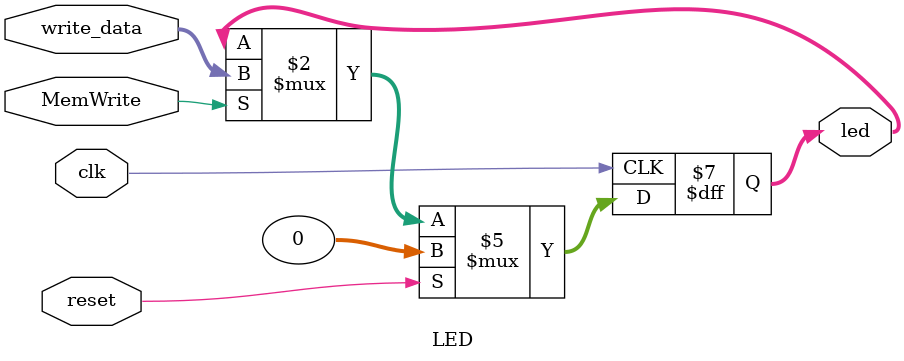
<source format=v>
module LED(
         clk, reset, MemWrite, write_data, led
       );
input clk;
input reset;
input MemWrite;
input [31:0] write_data;
output reg [31:0] led;

always @ (posedge clk)
  begin
    if (reset)
      led <= 32'h00000000;
    else
      if (MemWrite)
        led <= write_data;
  end

endmodule

</source>
